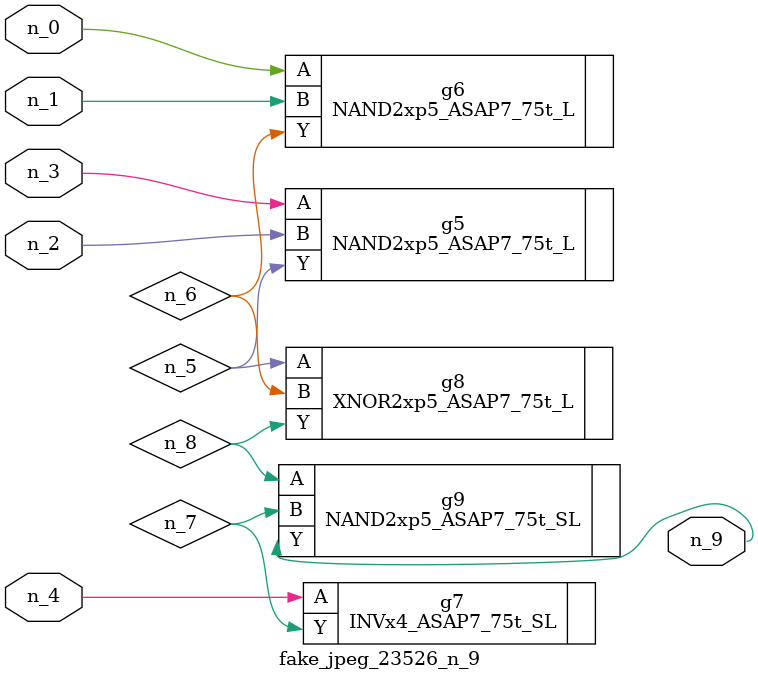
<source format=v>
module fake_jpeg_23526_n_9 (n_3, n_2, n_1, n_0, n_4, n_9);

input n_3;
input n_2;
input n_1;
input n_0;
input n_4;

output n_9;

wire n_8;
wire n_6;
wire n_5;
wire n_7;

NAND2xp5_ASAP7_75t_L g5 ( 
.A(n_3),
.B(n_2),
.Y(n_5)
);

NAND2xp5_ASAP7_75t_L g6 ( 
.A(n_0),
.B(n_1),
.Y(n_6)
);

INVx4_ASAP7_75t_SL g7 ( 
.A(n_4),
.Y(n_7)
);

XNOR2xp5_ASAP7_75t_L g8 ( 
.A(n_5),
.B(n_6),
.Y(n_8)
);

NAND2xp5_ASAP7_75t_SL g9 ( 
.A(n_8),
.B(n_7),
.Y(n_9)
);


endmodule
</source>
